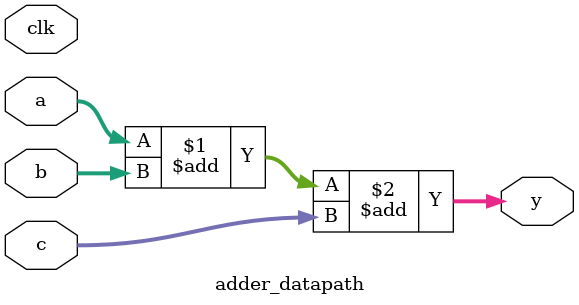
<source format=sv>
module adder_datapath(
    input logic clk,
    input logic [15:0] a,
    input logic [15:0] b,
    input logic [15:0] c,
    output logic [15:0] y
);

// ## Simple solution
//
// Comment out the following line to remove the simple solution from this file.
// See [Compiler directives](../verilog_standard_1364-2005.pdf#page=379).
`define SIMPLE
`ifdef SIMPLE
    // The obvious approach to create an adder: just add everything together.
    assign y = a + b + c;

    // Simulating this on the implemented design shows the worst-case delay:
    //
    // <figure class="image"><img src="adder-datapath-simple-sim.png" alt="" width="938" height="213"><figcaption>Figure 1: Post-implementation timing simulation of the simple adder.</figcaption></figure>
    //
    // However, the timing analysis shows that over half the delay comes from
    // moving signals around the FPGA (net delay), not due to the time taken to
    // add the numbers.
    //
    // <figure class="image"><img src="adder-datapath-simple-timing.png" alt="Timing results for a adder with no flip-flops" width="673" height="193"><figcaption>Table 1: Timing results from an adder with no sequential logic.</figcaption></figure>
    //
    // Note that the timing analysis shows a longer delay than the simulation –
    // the simulation didn't happen to select worst-case inputs (such as a carry
    // of every bit).
`endif

// ## Register-based solution
//
// Likewise -- comment out the following line to remove the registers solution.
//`define REGISTERS
`ifdef REGISTERS
    // So, an obvious fix is to use registers to hold the inputs and outputs,
    // reducing the net delay.
    //
    // <figure class="image"><img src="adder-datapath-registers.png" width="317" height="151"><figcaption>Figure 2: An adder with registers on the input and outputs.</figcaption></figure>
    logic [15:0] aq, bq, cq;

    // Include registers for the inputs. We don't need a reset, since this
    // inputs will (eventually) overwrite them with correct
    // values.
    always_ff @(posedge clk) begin
        aq <= a;
        bq <= b;
        cq <= c;
    end

    // Compute the sum.
    wire [15:0] sum;
    assign sum = aq + bq + cq;

    // Then provide a register for the output.
    always_ff @(posedge clk) begin
        y <= sum;
    end

    // This produces much better results:
    //
    // <figure class="image"><img src="adder-datapath-registers-timing.png" alt="" width="709" height="191"><figcaption>Table 2: Timing results when using registered at the inputs and outputs.</figcaption></figure>
    //
    // Now, the logic consumes about 60% of the total delay. However, the sum
    // now requires several clock cycles to compute:
    //
    // <figure class="image"><img src="adder-datapath-registers-sim.png" alt="" width="567" height="307"><figcaption>Figure 3: Post-implementation timing simulation of the registered adder.</figcaption></figure>
`endif


endmodule

</source>
